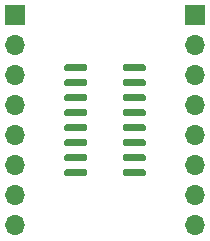
<source format=gbr>
%TF.GenerationSoftware,KiCad,Pcbnew,(5.1.9)-1*%
%TF.CreationDate,2021-09-21T23:47:53-04:00*%
%TF.ProjectId,SOIC-16_3.9mm Adapter,534f4943-2d31-4365-9f33-2e396d6d2041,rev?*%
%TF.SameCoordinates,Original*%
%TF.FileFunction,Soldermask,Top*%
%TF.FilePolarity,Negative*%
%FSLAX46Y46*%
G04 Gerber Fmt 4.6, Leading zero omitted, Abs format (unit mm)*
G04 Created by KiCad (PCBNEW (5.1.9)-1) date 2021-09-21 23:47:53*
%MOMM*%
%LPD*%
G01*
G04 APERTURE LIST*
%ADD10O,1.700000X1.700000*%
%ADD11R,1.700000X1.700000*%
G04 APERTURE END LIST*
%TO.C,U1*%
G36*
G01*
X136120000Y-65555000D02*
X136120000Y-65255000D01*
G75*
G02*
X136270000Y-65105000I150000J0D01*
G01*
X137920000Y-65105000D01*
G75*
G02*
X138070000Y-65255000I0J-150000D01*
G01*
X138070000Y-65555000D01*
G75*
G02*
X137920000Y-65705000I-150000J0D01*
G01*
X136270000Y-65705000D01*
G75*
G02*
X136120000Y-65555000I0J150000D01*
G01*
G37*
G36*
G01*
X136120000Y-66825000D02*
X136120000Y-66525000D01*
G75*
G02*
X136270000Y-66375000I150000J0D01*
G01*
X137920000Y-66375000D01*
G75*
G02*
X138070000Y-66525000I0J-150000D01*
G01*
X138070000Y-66825000D01*
G75*
G02*
X137920000Y-66975000I-150000J0D01*
G01*
X136270000Y-66975000D01*
G75*
G02*
X136120000Y-66825000I0J150000D01*
G01*
G37*
G36*
G01*
X136120000Y-68095000D02*
X136120000Y-67795000D01*
G75*
G02*
X136270000Y-67645000I150000J0D01*
G01*
X137920000Y-67645000D01*
G75*
G02*
X138070000Y-67795000I0J-150000D01*
G01*
X138070000Y-68095000D01*
G75*
G02*
X137920000Y-68245000I-150000J0D01*
G01*
X136270000Y-68245000D01*
G75*
G02*
X136120000Y-68095000I0J150000D01*
G01*
G37*
G36*
G01*
X136120000Y-69365000D02*
X136120000Y-69065000D01*
G75*
G02*
X136270000Y-68915000I150000J0D01*
G01*
X137920000Y-68915000D01*
G75*
G02*
X138070000Y-69065000I0J-150000D01*
G01*
X138070000Y-69365000D01*
G75*
G02*
X137920000Y-69515000I-150000J0D01*
G01*
X136270000Y-69515000D01*
G75*
G02*
X136120000Y-69365000I0J150000D01*
G01*
G37*
G36*
G01*
X136120000Y-70635000D02*
X136120000Y-70335000D01*
G75*
G02*
X136270000Y-70185000I150000J0D01*
G01*
X137920000Y-70185000D01*
G75*
G02*
X138070000Y-70335000I0J-150000D01*
G01*
X138070000Y-70635000D01*
G75*
G02*
X137920000Y-70785000I-150000J0D01*
G01*
X136270000Y-70785000D01*
G75*
G02*
X136120000Y-70635000I0J150000D01*
G01*
G37*
G36*
G01*
X136120000Y-71905000D02*
X136120000Y-71605000D01*
G75*
G02*
X136270000Y-71455000I150000J0D01*
G01*
X137920000Y-71455000D01*
G75*
G02*
X138070000Y-71605000I0J-150000D01*
G01*
X138070000Y-71905000D01*
G75*
G02*
X137920000Y-72055000I-150000J0D01*
G01*
X136270000Y-72055000D01*
G75*
G02*
X136120000Y-71905000I0J150000D01*
G01*
G37*
G36*
G01*
X136120000Y-73175000D02*
X136120000Y-72875000D01*
G75*
G02*
X136270000Y-72725000I150000J0D01*
G01*
X137920000Y-72725000D01*
G75*
G02*
X138070000Y-72875000I0J-150000D01*
G01*
X138070000Y-73175000D01*
G75*
G02*
X137920000Y-73325000I-150000J0D01*
G01*
X136270000Y-73325000D01*
G75*
G02*
X136120000Y-73175000I0J150000D01*
G01*
G37*
G36*
G01*
X136120000Y-74445000D02*
X136120000Y-74145000D01*
G75*
G02*
X136270000Y-73995000I150000J0D01*
G01*
X137920000Y-73995000D01*
G75*
G02*
X138070000Y-74145000I0J-150000D01*
G01*
X138070000Y-74445000D01*
G75*
G02*
X137920000Y-74595000I-150000J0D01*
G01*
X136270000Y-74595000D01*
G75*
G02*
X136120000Y-74445000I0J150000D01*
G01*
G37*
G36*
G01*
X131170000Y-74445000D02*
X131170000Y-74145000D01*
G75*
G02*
X131320000Y-73995000I150000J0D01*
G01*
X132970000Y-73995000D01*
G75*
G02*
X133120000Y-74145000I0J-150000D01*
G01*
X133120000Y-74445000D01*
G75*
G02*
X132970000Y-74595000I-150000J0D01*
G01*
X131320000Y-74595000D01*
G75*
G02*
X131170000Y-74445000I0J150000D01*
G01*
G37*
G36*
G01*
X131170000Y-73175000D02*
X131170000Y-72875000D01*
G75*
G02*
X131320000Y-72725000I150000J0D01*
G01*
X132970000Y-72725000D01*
G75*
G02*
X133120000Y-72875000I0J-150000D01*
G01*
X133120000Y-73175000D01*
G75*
G02*
X132970000Y-73325000I-150000J0D01*
G01*
X131320000Y-73325000D01*
G75*
G02*
X131170000Y-73175000I0J150000D01*
G01*
G37*
G36*
G01*
X131170000Y-71905000D02*
X131170000Y-71605000D01*
G75*
G02*
X131320000Y-71455000I150000J0D01*
G01*
X132970000Y-71455000D01*
G75*
G02*
X133120000Y-71605000I0J-150000D01*
G01*
X133120000Y-71905000D01*
G75*
G02*
X132970000Y-72055000I-150000J0D01*
G01*
X131320000Y-72055000D01*
G75*
G02*
X131170000Y-71905000I0J150000D01*
G01*
G37*
G36*
G01*
X131170000Y-70635000D02*
X131170000Y-70335000D01*
G75*
G02*
X131320000Y-70185000I150000J0D01*
G01*
X132970000Y-70185000D01*
G75*
G02*
X133120000Y-70335000I0J-150000D01*
G01*
X133120000Y-70635000D01*
G75*
G02*
X132970000Y-70785000I-150000J0D01*
G01*
X131320000Y-70785000D01*
G75*
G02*
X131170000Y-70635000I0J150000D01*
G01*
G37*
G36*
G01*
X131170000Y-69365000D02*
X131170000Y-69065000D01*
G75*
G02*
X131320000Y-68915000I150000J0D01*
G01*
X132970000Y-68915000D01*
G75*
G02*
X133120000Y-69065000I0J-150000D01*
G01*
X133120000Y-69365000D01*
G75*
G02*
X132970000Y-69515000I-150000J0D01*
G01*
X131320000Y-69515000D01*
G75*
G02*
X131170000Y-69365000I0J150000D01*
G01*
G37*
G36*
G01*
X131170000Y-68095000D02*
X131170000Y-67795000D01*
G75*
G02*
X131320000Y-67645000I150000J0D01*
G01*
X132970000Y-67645000D01*
G75*
G02*
X133120000Y-67795000I0J-150000D01*
G01*
X133120000Y-68095000D01*
G75*
G02*
X132970000Y-68245000I-150000J0D01*
G01*
X131320000Y-68245000D01*
G75*
G02*
X131170000Y-68095000I0J150000D01*
G01*
G37*
G36*
G01*
X131170000Y-66825000D02*
X131170000Y-66525000D01*
G75*
G02*
X131320000Y-66375000I150000J0D01*
G01*
X132970000Y-66375000D01*
G75*
G02*
X133120000Y-66525000I0J-150000D01*
G01*
X133120000Y-66825000D01*
G75*
G02*
X132970000Y-66975000I-150000J0D01*
G01*
X131320000Y-66975000D01*
G75*
G02*
X131170000Y-66825000I0J150000D01*
G01*
G37*
G36*
G01*
X131170000Y-65555000D02*
X131170000Y-65255000D01*
G75*
G02*
X131320000Y-65105000I150000J0D01*
G01*
X132970000Y-65105000D01*
G75*
G02*
X133120000Y-65255000I0J-150000D01*
G01*
X133120000Y-65555000D01*
G75*
G02*
X132970000Y-65705000I-150000J0D01*
G01*
X131320000Y-65705000D01*
G75*
G02*
X131170000Y-65555000I0J150000D01*
G01*
G37*
%TD*%
D10*
%TO.C,J2*%
X142240000Y-78740000D03*
X142240000Y-76200000D03*
X142240000Y-73660000D03*
X142240000Y-71120000D03*
X142240000Y-68580000D03*
X142240000Y-66040000D03*
X142240000Y-63500000D03*
D11*
X142240000Y-60960000D03*
%TD*%
D10*
%TO.C,J1*%
X127000000Y-78740000D03*
X127000000Y-76200000D03*
X127000000Y-73660000D03*
X127000000Y-71120000D03*
X127000000Y-68580000D03*
X127000000Y-66040000D03*
X127000000Y-63500000D03*
D11*
X127000000Y-60960000D03*
%TD*%
M02*

</source>
